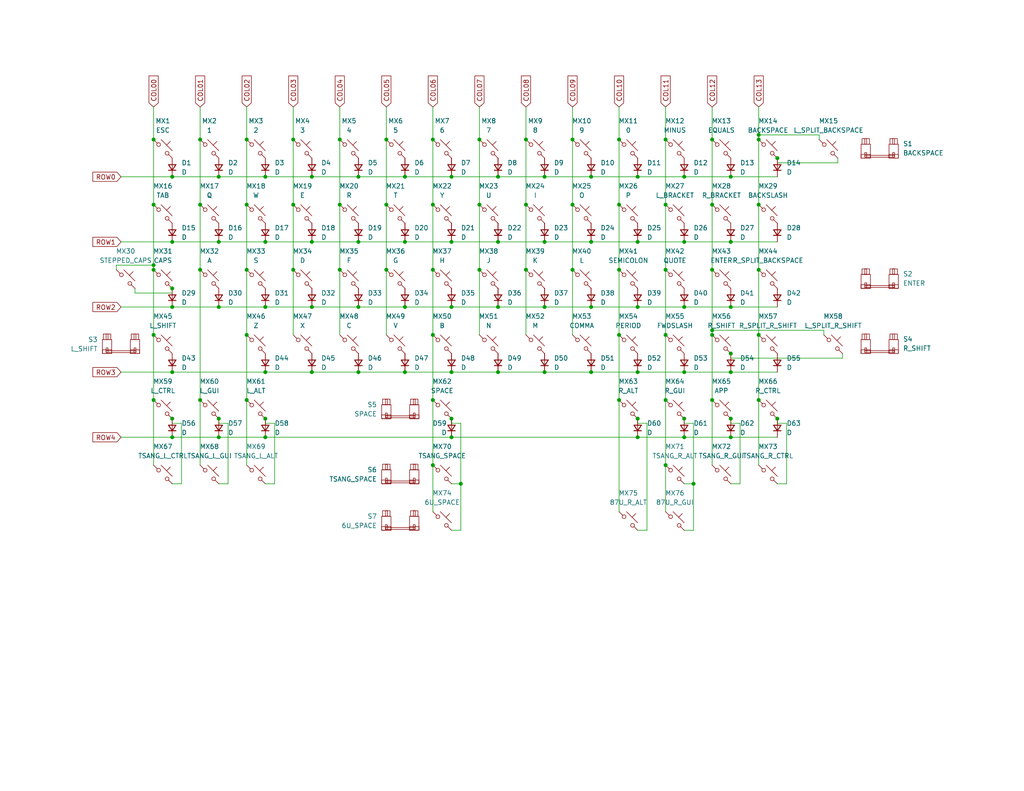
<source format=kicad_sch>
(kicad_sch (version 20230121) (generator eeschema)
  (paper "USLetter")
  (lib_symbols
    (symbol "Device:D_Small" (pin_numbers hide) (pin_names (offset 0.254) hide)
      (property "Reference" "D" (at -1.27 2.032 0))
      (property "Value" "D_Small" (at -3.81 -2.032 0))
      (symbol "D_Small_0_1"
        (polyline (pts (xy -0.762 -1.016) (xy -0.762 1.016)) (stroke (width 0.254)))
        (polyline (pts (xy -0.762 0) (xy 0.762 0)))
        (polyline (pts (xy 0.762 -1.016) (xy -0.762 0) (xy 0.762 1.016) (xy 0.762 -1.016)) (stroke (width 0.254)))
      )
      (symbol "D_Small_1_1"
        (pin passive line (at -2.54 0 0) (length 1.778) (name "K") (number "1"))
        (pin passive line (at 2.54 0 180) (length 1.778) (name "A") (number "2"))
      )
    )
    (symbol "marbastlib-mx:MX_SW_solder" (pin_numbers hide) (pin_names (offset 1.016) hide)
      (property "Reference" "MX" (at 3.048 1.016 0))
      (property "Value" "MX_SW_solder" (at 0 -3.81 0))
      (symbol "MX_SW_solder_0_1"
        (circle (center -1.1684 1.1684) (radius 0.508))
        (polyline (pts (xy -0.508 2.54) (xy 2.54 -0.508)))
        (polyline (pts (xy 1.016 1.016) (xy 2.032 2.032)))
        (polyline (pts (xy -2.54 2.54) (xy -1.524 1.524) (xy -1.524 1.524)))
        (polyline (pts (xy 1.524 -1.524) (xy 2.54 -2.54) (xy 2.54 -2.54) (xy 2.54 -2.54)))
        (circle (center 1.143 -1.1938) (radius 0.508))
        (pin passive line (at -2.54 2.54 0) (length 0) (name "1") (number "1"))
        (pin passive line (at 2.54 -2.54 180) (length 0) (name "2") (number "2"))
      )
    )
    (symbol "marbastlib-mx:MX_stab" (pin_names (offset 1.016))
      (property "Reference" "S" (at -5.08 6.35 0))
      (property "Value" "MX_stab" (at -5.08 3.81 0))
      (symbol "MX_stab_0_1"
        (rectangle (start -5.08 -1.524) (end -2.54 -2.54))
        (rectangle (start -5.08 1.27) (end -2.54 -2.54))
        (rectangle (start -4.826 2.794) (end -2.794 1.27))
        (rectangle (start -4.064 -2.286) (end -3.556 -1.016))
        (rectangle (start -4.064 -1.778) (end 4.064 -2.286))
        (rectangle (start -4.064 1.27) (end -3.556 2.794))
        (rectangle (start 2.54 -1.524) (end 5.08 -2.54))
        (rectangle (start 2.54 1.27) (end 5.08 -2.54))
        (rectangle (start 2.794 2.794) (end 4.826 1.27))
        (rectangle (start 3.556 1.27) (end 4.064 2.794))
        (rectangle (start 4.064 -2.286) (end 3.556 -1.016))
      )
    )
  )
  (junction (at 148.59 66.04))
  (junction (at 148.59 48.26))
  (junction (at 110.49 48.26))
  (junction (at 135.89 66.04))
  (junction (at 207.01 91.44))
  (junction (at 186.69 66.04))
  (junction (at 130.81 73.66))
  (junction (at 72.39 66.04))
  (junction (at 118.11 91.44))
  (junction (at 168.91 38.1))
  (junction (at 161.29 48.26))
  (junction (at 212.09 114.3))
  (junction (at 110.49 101.6))
  (junction (at 148.59 83.82))
  (junction (at 207.01 36.83))
  (junction (at 46.99 66.04))
  (junction (at 67.31 38.1))
  (junction (at 181.61 73.66))
  (junction (at 186.69 119.38))
  (junction (at 118.11 109.22))
  (junction (at 41.91 38.1))
  (junction (at 41.91 91.44))
  (junction (at 59.69 83.82))
  (junction (at 80.01 38.1))
  (junction (at 168.91 55.88))
  (junction (at 72.39 119.38))
  (junction (at 156.21 55.88))
  (junction (at 173.99 66.04))
  (junction (at 92.71 73.66))
  (junction (at 67.31 109.22))
  (junction (at 59.69 48.26))
  (junction (at 123.19 66.04))
  (junction (at 41.91 55.88))
  (junction (at 161.29 83.82))
  (junction (at 186.69 83.82))
  (junction (at 123.19 101.6))
  (junction (at 41.91 73.66))
  (junction (at 54.61 38.1))
  (junction (at 156.21 38.1))
  (junction (at 123.19 48.26))
  (junction (at 97.79 66.04))
  (junction (at 207.01 109.22))
  (junction (at 194.31 38.1))
  (junction (at 92.71 38.1))
  (junction (at 135.89 101.6))
  (junction (at 207.01 55.88))
  (junction (at 186.69 114.3))
  (junction (at 143.51 55.88))
  (junction (at 105.41 73.66))
  (junction (at 173.99 101.6))
  (junction (at 97.79 101.6))
  (junction (at 168.91 91.44))
  (junction (at 59.69 114.3))
  (junction (at 46.99 101.6))
  (junction (at 67.31 55.88))
  (junction (at 181.61 55.88))
  (junction (at 125.73 132.08))
  (junction (at 168.91 73.66))
  (junction (at 54.61 55.88))
  (junction (at 194.31 73.66))
  (junction (at 194.31 109.22))
  (junction (at 135.89 48.26))
  (junction (at 207.01 38.1))
  (junction (at 118.11 55.88))
  (junction (at 161.29 66.04))
  (junction (at 130.81 38.1))
  (junction (at 148.59 101.6))
  (junction (at 85.09 66.04))
  (junction (at 80.01 55.88))
  (junction (at 46.99 83.82))
  (junction (at 186.69 48.26))
  (junction (at 67.31 73.66))
  (junction (at 118.11 38.1))
  (junction (at 156.21 73.66))
  (junction (at 143.51 73.66))
  (junction (at 110.49 66.04))
  (junction (at 194.31 55.88))
  (junction (at 46.99 78.74))
  (junction (at 59.69 119.38))
  (junction (at 41.91 109.22))
  (junction (at 199.39 114.3))
  (junction (at 72.39 48.26))
  (junction (at 54.61 73.66))
  (junction (at 97.79 83.82))
  (junction (at 199.39 48.26))
  (junction (at 199.39 66.04))
  (junction (at 181.61 38.1))
  (junction (at 85.09 101.6))
  (junction (at 46.99 119.38))
  (junction (at 181.61 109.22))
  (junction (at 97.79 48.26))
  (junction (at 199.39 83.82))
  (junction (at 123.19 114.3))
  (junction (at 199.39 119.38))
  (junction (at 72.39 101.6))
  (junction (at 105.41 55.88))
  (junction (at 59.69 66.04))
  (junction (at 194.31 91.44))
  (junction (at 186.69 101.6))
  (junction (at 67.31 91.44))
  (junction (at 41.91 72.39))
  (junction (at 130.81 55.88))
  (junction (at 161.29 101.6))
  (junction (at 199.39 101.6))
  (junction (at 46.99 114.3))
  (junction (at 181.61 91.44))
  (junction (at 189.23 132.08))
  (junction (at 118.11 127))
  (junction (at 54.61 109.22))
  (junction (at 173.99 48.26))
  (junction (at 207.01 73.66))
  (junction (at 199.39 96.52))
  (junction (at 181.61 127))
  (junction (at 123.19 83.82))
  (junction (at 72.39 83.82))
  (junction (at 135.89 83.82))
  (junction (at 194.31 90.17))
  (junction (at 143.51 38.1))
  (junction (at 46.99 48.26))
  (junction (at 85.09 48.26))
  (junction (at 80.01 73.66))
  (junction (at 173.99 114.3))
  (junction (at 212.09 43.18))
  (junction (at 72.39 114.3))
  (junction (at 105.41 38.1))
  (junction (at 110.49 83.82))
  (junction (at 118.11 73.66))
  (junction (at 173.99 119.38))
  (junction (at 92.71 55.88))
  (junction (at 173.99 83.82))
  (junction (at 123.19 119.38))
  (junction (at 85.09 83.82))
  (junction (at 168.91 109.22))
  (wire (pts (xy 36.83 80.01) (xy 36.83 78.74)))
  (wire (pts (xy 110.49 101.6) (xy 123.19 101.6)))
  (wire (pts (xy 46.99 101.6) (xy 72.39 101.6)))
  (wire (pts (xy 148.59 66.04) (xy 161.29 66.04)))
  (wire (pts (xy 214.63 132.08) (xy 214.63 115.57)))
  (wire (pts (xy 41.91 91.44) (xy 41.91 109.22)))
  (wire (pts (xy 156.21 38.1) (xy 156.21 55.88)))
  (wire (pts (xy 36.83 80.01) (xy 46.99 80.01)))
  (wire (pts (xy 67.31 55.88) (xy 67.31 73.66)))
  (wire (pts (xy 123.19 83.82) (xy 135.89 83.82)))
  (wire (pts (xy 212.09 44.45) (xy 212.09 43.18)))
  (wire (pts (xy 194.31 38.1) (xy 194.31 55.88)))
  (wire (pts (xy 194.31 109.22) (xy 194.31 127)))
  (wire (pts (xy 46.99 66.04) (xy 59.69 66.04)))
  (wire (pts (xy 97.79 101.6) (xy 110.49 101.6)))
  (wire (pts (xy 123.19 119.38) (xy 173.99 119.38)))
  (wire (pts (xy 54.61 55.88) (xy 54.61 73.66)))
  (wire (pts (xy 67.31 73.66) (xy 67.31 91.44)))
  (wire (pts (xy 130.81 29.21) (xy 130.81 38.1)))
  (wire (pts (xy 173.99 48.26) (xy 186.69 48.26)))
  (wire (pts (xy 49.53 132.08) (xy 49.53 115.57)))
  (wire (pts (xy 194.31 73.66) (xy 194.31 90.17)))
  (wire (pts (xy 207.01 109.22) (xy 207.01 127)))
  (wire (pts (xy 201.93 115.57) (xy 199.39 115.57)))
  (wire (pts (xy 72.39 83.82) (xy 85.09 83.82)))
  (wire (pts (xy 207.01 55.88) (xy 207.01 73.66)))
  (wire (pts (xy 80.01 55.88) (xy 80.01 73.66)))
  (wire (pts (xy 143.51 29.21) (xy 143.51 38.1)))
  (wire (pts (xy 67.31 109.22) (xy 67.31 127)))
  (wire (pts (xy 168.91 38.1) (xy 168.91 55.88)))
  (wire (pts (xy 67.31 29.21) (xy 67.31 38.1)))
  (wire (pts (xy 199.39 115.57) (xy 199.39 114.3)))
  (wire (pts (xy 130.81 73.66) (xy 130.81 91.44)))
  (wire (pts (xy 143.51 55.88) (xy 143.51 73.66)))
  (wire (pts (xy 46.99 83.82) (xy 59.69 83.82)))
  (wire (pts (xy 156.21 55.88) (xy 156.21 73.66)))
  (wire (pts (xy 59.69 83.82) (xy 72.39 83.82)))
  (wire (pts (xy 168.91 55.88) (xy 168.91 73.66)))
  (wire (pts (xy 181.61 109.22) (xy 181.61 127)))
  (wire (pts (xy 148.59 101.6) (xy 161.29 101.6)))
  (wire (pts (xy 110.49 48.26) (xy 123.19 48.26)))
  (wire (pts (xy 148.59 48.26) (xy 161.29 48.26)))
  (wire (pts (xy 199.39 101.6) (xy 212.09 101.6)))
  (wire (pts (xy 161.29 66.04) (xy 173.99 66.04)))
  (wire (pts (xy 130.81 38.1) (xy 130.81 55.88)))
  (wire (pts (xy 46.99 115.57) (xy 46.99 114.3)))
  (wire (pts (xy 156.21 73.66) (xy 156.21 91.44)))
  (wire (pts (xy 207.01 91.44) (xy 207.01 109.22)))
  (wire (pts (xy 207.01 73.66) (xy 207.01 91.44)))
  (wire (pts (xy 118.11 38.1) (xy 118.11 55.88)))
  (wire (pts (xy 110.49 83.82) (xy 123.19 83.82)))
  (wire (pts (xy 186.69 132.08) (xy 189.23 132.08)))
  (wire (pts (xy 123.19 66.04) (xy 135.89 66.04)))
  (wire (pts (xy 49.53 115.57) (xy 46.99 115.57)))
  (wire (pts (xy 59.69 132.08) (xy 62.23 132.08)))
  (wire (pts (xy 92.71 55.88) (xy 92.71 73.66)))
  (wire (pts (xy 135.89 48.26) (xy 148.59 48.26)))
  (wire (pts (xy 181.61 127) (xy 181.61 139.7)))
  (wire (pts (xy 59.69 115.57) (xy 62.23 115.57)))
  (wire (pts (xy 199.39 97.79) (xy 229.87 97.79)))
  (wire (pts (xy 105.41 38.1) (xy 105.41 55.88)))
  (wire (pts (xy 168.91 109.22) (xy 168.91 139.7)))
  (wire (pts (xy 41.91 109.22) (xy 41.91 127)))
  (wire (pts (xy 228.6 44.45) (xy 228.6 43.18)))
  (wire (pts (xy 62.23 132.08) (xy 62.23 115.57)))
  (wire (pts (xy 189.23 132.08) (xy 189.23 115.57)))
  (wire (pts (xy 143.51 73.66) (xy 143.51 91.44)))
  (wire (pts (xy 207.01 36.83) (xy 207.01 38.1)))
  (wire (pts (xy 41.91 38.1) (xy 41.91 55.88)))
  (wire (pts (xy 33.02 101.6) (xy 46.99 101.6)))
  (wire (pts (xy 148.59 83.82) (xy 161.29 83.82)))
  (wire (pts (xy 181.61 38.1) (xy 181.61 55.88)))
  (wire (pts (xy 176.53 144.78) (xy 176.53 115.57)))
  (wire (pts (xy 173.99 119.38) (xy 186.69 119.38)))
  (wire (pts (xy 199.39 119.38) (xy 212.09 119.38)))
  (wire (pts (xy 168.91 29.21) (xy 168.91 38.1)))
  (wire (pts (xy 54.61 73.66) (xy 54.61 109.22)))
  (wire (pts (xy 199.39 83.82) (xy 212.09 83.82)))
  (wire (pts (xy 173.99 83.82) (xy 186.69 83.82)))
  (wire (pts (xy 201.93 132.08) (xy 201.93 115.57)))
  (wire (pts (xy 118.11 29.21) (xy 118.11 38.1)))
  (wire (pts (xy 92.71 29.21) (xy 92.71 38.1)))
  (wire (pts (xy 110.49 66.04) (xy 123.19 66.04)))
  (wire (pts (xy 123.19 48.26) (xy 135.89 48.26)))
  (wire (pts (xy 118.11 109.22) (xy 118.11 127)))
  (wire (pts (xy 118.11 55.88) (xy 118.11 73.66)))
  (wire (pts (xy 80.01 73.66) (xy 80.01 91.44)))
  (wire (pts (xy 97.79 83.82) (xy 110.49 83.82)))
  (wire (pts (xy 80.01 38.1) (xy 80.01 55.88)))
  (wire (pts (xy 59.69 115.57) (xy 59.69 114.3)))
  (wire (pts (xy 92.71 73.66) (xy 92.71 91.44)))
  (wire (pts (xy 143.51 38.1) (xy 143.51 55.88)))
  (wire (pts (xy 223.52 36.83) (xy 223.52 38.1)))
  (wire (pts (xy 31.75 72.39) (xy 31.75 73.66)))
  (wire (pts (xy 85.09 66.04) (xy 97.79 66.04)))
  (wire (pts (xy 85.09 83.82) (xy 97.79 83.82)))
  (wire (pts (xy 97.79 66.04) (xy 110.49 66.04)))
  (wire (pts (xy 168.91 91.44) (xy 168.91 109.22)))
  (wire (pts (xy 46.99 132.08) (xy 49.53 132.08)))
  (wire (pts (xy 207.01 29.21) (xy 207.01 36.83)))
  (wire (pts (xy 59.69 48.26) (xy 72.39 48.26)))
  (wire (pts (xy 173.99 66.04) (xy 186.69 66.04)))
  (wire (pts (xy 135.89 83.82) (xy 148.59 83.82)))
  (wire (pts (xy 41.91 55.88) (xy 41.91 72.39)))
  (wire (pts (xy 123.19 115.57) (xy 123.19 114.3)))
  (wire (pts (xy 224.79 90.17) (xy 194.31 90.17)))
  (wire (pts (xy 118.11 73.66) (xy 118.11 91.44)))
  (wire (pts (xy 85.09 48.26) (xy 97.79 48.26)))
  (wire (pts (xy 125.73 144.78) (xy 125.73 132.08)))
  (wire (pts (xy 97.79 48.26) (xy 110.49 48.26)))
  (wire (pts (xy 224.79 91.44) (xy 224.79 90.17)))
  (wire (pts (xy 105.41 55.88) (xy 105.41 73.66)))
  (wire (pts (xy 186.69 83.82) (xy 199.39 83.82)))
  (wire (pts (xy 125.73 132.08) (xy 125.73 115.57)))
  (wire (pts (xy 181.61 29.21) (xy 181.61 38.1)))
  (wire (pts (xy 118.11 127) (xy 118.11 139.7)))
  (wire (pts (xy 72.39 115.57) (xy 72.39 114.3)))
  (wire (pts (xy 72.39 132.08) (xy 74.93 132.08)))
  (wire (pts (xy 186.69 101.6) (xy 199.39 101.6)))
  (wire (pts (xy 33.02 66.04) (xy 46.99 66.04)))
  (wire (pts (xy 67.31 91.44) (xy 67.31 109.22)))
  (wire (pts (xy 168.91 73.66) (xy 168.91 91.44)))
  (wire (pts (xy 207.01 36.83) (xy 223.52 36.83)))
  (wire (pts (xy 212.09 44.45) (xy 228.6 44.45)))
  (wire (pts (xy 181.61 55.88) (xy 181.61 73.66)))
  (wire (pts (xy 72.39 66.04) (xy 85.09 66.04)))
  (wire (pts (xy 229.87 97.79) (xy 229.87 96.52)))
  (wire (pts (xy 31.75 72.39) (xy 41.91 72.39)))
  (wire (pts (xy 123.19 132.08) (xy 125.73 132.08)))
  (wire (pts (xy 46.99 119.38) (xy 59.69 119.38)))
  (wire (pts (xy 74.93 132.08) (xy 74.93 115.57)))
  (wire (pts (xy 189.23 144.78) (xy 189.23 132.08)))
  (wire (pts (xy 189.23 115.57) (xy 186.69 115.57)))
  (wire (pts (xy 212.09 132.08) (xy 214.63 132.08)))
  (wire (pts (xy 135.89 101.6) (xy 148.59 101.6)))
  (wire (pts (xy 199.39 97.79) (xy 199.39 96.52)))
  (wire (pts (xy 33.02 119.38) (xy 46.99 119.38)))
  (wire (pts (xy 173.99 115.57) (xy 173.99 114.3)))
  (wire (pts (xy 161.29 101.6) (xy 173.99 101.6)))
  (wire (pts (xy 105.41 73.66) (xy 105.41 91.44)))
  (wire (pts (xy 59.69 66.04) (xy 72.39 66.04)))
  (wire (pts (xy 176.53 115.57) (xy 173.99 115.57)))
  (wire (pts (xy 54.61 29.21) (xy 54.61 38.1)))
  (wire (pts (xy 186.69 119.38) (xy 199.39 119.38)))
  (wire (pts (xy 118.11 91.44) (xy 118.11 109.22)))
  (wire (pts (xy 123.19 101.6) (xy 135.89 101.6)))
  (wire (pts (xy 156.21 29.21) (xy 156.21 38.1)))
  (wire (pts (xy 72.39 48.26) (xy 85.09 48.26)))
  (wire (pts (xy 194.31 91.44) (xy 194.31 109.22)))
  (wire (pts (xy 46.99 80.01) (xy 46.99 78.74)))
  (wire (pts (xy 123.19 144.78) (xy 125.73 144.78)))
  (wire (pts (xy 161.29 48.26) (xy 173.99 48.26)))
  (wire (pts (xy 41.91 73.66) (xy 41.91 91.44)))
  (wire (pts (xy 130.81 55.88) (xy 130.81 73.66)))
  (wire (pts (xy 67.31 38.1) (xy 67.31 55.88)))
  (wire (pts (xy 72.39 101.6) (xy 85.09 101.6)))
  (wire (pts (xy 135.89 66.04) (xy 148.59 66.04)))
  (wire (pts (xy 161.29 83.82) (xy 173.99 83.82)))
  (wire (pts (xy 33.02 48.26) (xy 46.99 48.26)))
  (wire (pts (xy 54.61 109.22) (xy 54.61 127)))
  (wire (pts (xy 41.91 72.39) (xy 41.91 73.66)))
  (wire (pts (xy 181.61 91.44) (xy 181.61 109.22)))
  (wire (pts (xy 173.99 144.78) (xy 176.53 144.78)))
  (wire (pts (xy 186.69 66.04) (xy 199.39 66.04)))
  (wire (pts (xy 72.39 119.38) (xy 123.19 119.38)))
  (wire (pts (xy 54.61 38.1) (xy 54.61 55.88)))
  (wire (pts (xy 186.69 48.26) (xy 199.39 48.26)))
  (wire (pts (xy 85.09 101.6) (xy 97.79 101.6)))
  (wire (pts (xy 125.73 115.57) (xy 123.19 115.57)))
  (wire (pts (xy 186.69 144.78) (xy 189.23 144.78)))
  (wire (pts (xy 194.31 55.88) (xy 194.31 73.66)))
  (wire (pts (xy 199.39 132.08) (xy 201.93 132.08)))
  (wire (pts (xy 199.39 48.26) (xy 212.09 48.26)))
  (wire (pts (xy 46.99 48.26) (xy 59.69 48.26)))
  (wire (pts (xy 186.69 115.57) (xy 186.69 114.3)))
  (wire (pts (xy 92.71 38.1) (xy 92.71 55.88)))
  (wire (pts (xy 74.93 115.57) (xy 72.39 115.57)))
  (wire (pts (xy 173.99 101.6) (xy 186.69 101.6)))
  (wire (pts (xy 105.41 29.21) (xy 105.41 38.1)))
  (wire (pts (xy 80.01 29.21) (xy 80.01 38.1)))
  (wire (pts (xy 59.69 119.38) (xy 72.39 119.38)))
  (wire (pts (xy 194.31 90.17) (xy 194.31 91.44)))
  (wire (pts (xy 194.31 29.21) (xy 194.31 38.1)))
  (wire (pts (xy 181.61 73.66) (xy 181.61 91.44)))
  (wire (pts (xy 41.91 29.21) (xy 41.91 38.1)))
  (wire (pts (xy 212.09 115.57) (xy 212.09 114.3)))
  (wire (pts (xy 214.63 115.57) (xy 212.09 115.57)))
  (wire (pts (xy 199.39 66.04) (xy 212.09 66.04)))
  (wire (pts (xy 33.02 83.82) (xy 46.99 83.82)))
  (wire (pts (xy 207.01 38.1) (xy 207.01 55.88)))
  (global_label "COL12" (shape input) (at 194.31 29.21 90) (property "Intersheetrefs" "${INTERSHEET_REFS}" (effects hide)))
  (global_label "COL03" (shape input) (at 80.01 29.21 90) (property "Intersheetrefs" "${INTERSHEET_REFS}" (effects hide)))
  (global_label "ROW1" (shape input) (at 33.02 66.04 180) (property "Intersheetrefs" "${INTERSHEET_REFS}" (effects hide)))
  (global_label "COL05" (shape input) (at 105.41 29.21 90) (property "Intersheetrefs" "${INTERSHEET_REFS}" (effects hide)))
  (global_label "ROW0" (shape input) (at 33.02 48.26 180) (property "Intersheetrefs" "${INTERSHEET_REFS}" (effects hide)))
  (global_label "ROW2" (shape input) (at 33.02 83.82 180) (property "Intersheetrefs" "${INTERSHEET_REFS}" (effects hide)))
  (global_label "COL09" (shape input) (at 156.21 29.21 90) (property "Intersheetrefs" "${INTERSHEET_REFS}" (effects hide)))
  (global_label "COL10" (shape input) (at 168.91 29.21 90) (property "Intersheetrefs" "${INTERSHEET_REFS}" (effects hide)))
  (global_label "COL02" (shape input) (at 67.31 29.21 90) (property "Intersheetrefs" "${INTERSHEET_REFS}" (effects hide)))
  (global_label "COL11" (shape input) (at 181.61 29.21 90) (property "Intersheetrefs" "${INTERSHEET_REFS}" (effects hide)))
  (global_label "COL06" (shape input) (at 118.11 29.21 90) (property "Intersheetrefs" "${INTERSHEET_REFS}" (effects hide)))
  (global_label "COL08" (shape input) (at 143.51 29.21 90) (property "Intersheetrefs" "${INTERSHEET_REFS}" (effects hide)))
  (global_label "COL13" (shape input) (at 207.01 29.21 90) (property "Intersheetrefs" "${INTERSHEET_REFS}" (effects hide)))
  (global_label "COL04" (shape input) (at 92.71 29.21 90) (property "Intersheetrefs" "${INTERSHEET_REFS}" (effects hide)))
  (global_label "ROW4" (shape input) (at 33.02 119.38 180) (property "Intersheetrefs" "${INTERSHEET_REFS}" (effects hide)))
  (global_label "COL07" (shape input) (at 130.81 29.21 90) (property "Intersheetrefs" "${INTERSHEET_REFS}" (effects hide)))
  (global_label "ROW3" (shape input) (at 33.02 101.6 180) (property "Intersheetrefs" "${INTERSHEET_REFS}" (effects hide)))
  (global_label "COL01" (shape input) (at 54.61 29.21 90) (property "Intersheetrefs" "${INTERSHEET_REFS}" (effects hide)))
  (global_label "COL00" (shape input) (at 41.91 29.21 90) (property "Intersheetrefs" "${INTERSHEET_REFS}" (effects hide)))
  (symbol (lib_id "marbastlib-mx:MX_SW_solder") (at 95.25 58.42 0) (unit 1) (in_bom no)
    (property "Reference" "MX20" (at 95.25 50.8 0))
    (property "Value" "R" (at 95.25 53.34 0))
    (property "Footprint" "marbastlib-mx:SW_MX_1u" (effects hide))
  )
  (symbol (lib_id "Device:D_Small") (at 72.39 45.72 90) (unit 1)
    (property "Reference" "D3" (at 74.93 44.45 90) (effects (justify right)))
    (property "Value" "D" (at 74.93 46.99 90) (effects (justify right)))
  )
  (symbol (lib_id "marbastlib-mx:MX_SW_solder") (at 146.05 76.2 0) (unit 1) (in_bom no)
    (property "Reference" "MX39" (at 146.05 68.58 0))
    (property "Value" "K" (at 146.05 71.12 0))
    (property "Footprint" "marbastlib-mx:SW_MX_1u" (effects hide))
  )
  (symbol (lib_id "Device:D_Small") (at 186.69 99.06 90) (unit 1)
    (property "Reference" "D53" (at 189.23 97.79 90) (effects (justify right)))
    (property "Value" "D" (at 189.23 100.33 90) (effects (justify right)))
  )
  (symbol (lib_id "marbastlib-mx:MX_SW_solder") (at 34.29 76.2 0) (unit 1) (in_bom no)
    (property "Reference" "MX30" (at 34.29 68.58 0))
    (property "Value" "STEPPED_CAPS" (at 34.29 71.12 0))
    (property "Footprint" "marbastlib-mx:SW_MX_1.75u_STP_1.25" (effects hide))
  )
  (symbol (lib_id "Device:D_Small") (at 161.29 99.06 90) (unit 1)
    (property "Reference" "D51" (at 163.83 97.79 90) (effects (justify right)))
    (property "Value" "D" (at 163.83 100.33 90) (effects (justify right)))
  )
  (symbol (lib_id "marbastlib-mx:MX_SW_solder") (at 171.45 111.76 0) (unit 1) (in_bom no)
    (property "Reference" "MX63" (at 171.45 104.14 0))
    (property "Value" "R_ALT" (at 171.45 106.68 0))
    (property "Footprint" "marbastlib-mx:SW_MX_1.25u" (effects hide))
  )
  (symbol (lib_id "marbastlib-mx:MX_SW_solder") (at 146.05 40.64 0) (unit 1) (in_bom no)
    (property "Reference" "MX9" (at 146.05 33.02 0))
    (property "Value" "8" (at 146.05 35.56 0))
    (property "Footprint" "marbastlib-mx:SW_MX_1u" (effects hide))
  )
  (symbol (lib_id "marbastlib-mx:MX_SW_solder") (at 120.65 40.64 0) (unit 1) (in_bom no)
    (property "Reference" "MX7" (at 120.65 33.02 0))
    (property "Value" "6" (at 120.65 35.56 0))
    (property "Footprint" "marbastlib-mx:SW_MX_1u" (effects hide))
  )
  (symbol (lib_id "marbastlib-mx:MX_SW_solder") (at 69.85 93.98 0) (unit 1) (in_bom no)
    (property "Reference" "MX46" (at 69.85 86.36 0))
    (property "Value" "Z" (at 69.85 88.9 0))
    (property "Footprint" "marbastlib-mx:SW_MX_1u" (effects hide))
  )
  (symbol (lib_id "Device:D_Small") (at 212.09 99.06 90) (unit 1)
    (property "Reference" "D55" (at 214.63 97.79 90) (effects (justify right)))
    (property "Value" "D" (at 214.63 100.33 90) (effects (justify right)))
  )
  (symbol (lib_id "marbastlib-mx:MX_SW_solder") (at 133.35 58.42 0) (unit 1) (in_bom no)
    (property "Reference" "MX23" (at 133.35 50.8 0))
    (property "Value" "U" (at 133.35 53.34 0))
    (property "Footprint" "marbastlib-mx:SW_MX_1u" (effects hide))
  )
  (symbol (lib_id "Device:D_Small") (at 85.09 81.28 90) (unit 1)
    (property "Reference" "D32" (at 87.63 80.01 90) (effects (justify right)))
    (property "Value" "D" (at 87.63 82.55 90) (effects (justify right)))
  )
  (symbol (lib_id "Device:D_Small") (at 161.29 63.5 90) (unit 1)
    (property "Reference" "D24" (at 163.83 62.23 90) (effects (justify right)))
    (property "Value" "D" (at 163.83 64.77 90) (effects (justify right)))
  )
  (symbol (lib_id "marbastlib-mx:MX_SW_solder") (at 209.55 58.42 0) (unit 1) (in_bom no)
    (property "Reference" "MX29" (at 209.55 50.8 0))
    (property "Value" "BACKSLASH" (at 209.55 53.34 0))
    (property "Footprint" "marbastlib-mx:SW_MX_1.5u" (effects hide))
  )
  (symbol (lib_id "marbastlib-mx:MX_SW_solder") (at 184.15 142.24 0) (unit 1) (in_bom no)
    (property "Reference" "MX76" (at 184.15 134.62 0))
    (property "Value" "87U_R_GUI" (at 184.15 137.16 0))
    (property "Footprint" "marbastlib-mx:SW_MX_1u" (effects hide))
  )
  (symbol (lib_id "Device:D_Small") (at 148.59 81.28 90) (unit 1)
    (property "Reference" "D37" (at 151.13 80.01 90) (effects (justify right)))
    (property "Value" "D" (at 151.13 82.55 90) (effects (justify right)))
  )
  (symbol (lib_id "marbastlib-mx:MX_SW_solder") (at 196.85 129.54 0) (unit 1) (in_bom no)
    (property "Reference" "MX72" (at 196.85 121.92 0))
    (property "Value" "TSANG_R_GUI" (at 196.85 124.46 0))
    (property "Footprint" "marbastlib-mx:SW_MX_1u" (effects hide))
  )
  (symbol (lib_id "marbastlib-mx:MX_SW_solder") (at 133.35 76.2 0) (unit 1) (in_bom no)
    (property "Reference" "MX38" (at 133.35 68.58 0))
    (property "Value" "J" (at 133.35 71.12 0))
    (property "Footprint" "marbastlib-mx:SW_MX_1u" (effects hide))
  )
  (symbol (lib_id "Device:D_Small") (at 135.89 81.28 90) (unit 1)
    (property "Reference" "D36" (at 138.43 80.01 90) (effects (justify right)))
    (property "Value" "D" (at 138.43 82.55 90) (effects (justify right)))
  )
  (symbol (lib_id "marbastlib-mx:MX_SW_solder") (at 184.15 93.98 0) (unit 1) (in_bom no)
    (property "Reference" "MX55" (at 184.15 86.36 0))
    (property "Value" "FWDSLASH" (at 184.15 88.9 0))
    (property "Footprint" "marbastlib-mx:SW_MX_1u" (effects hide))
  )
  (symbol (lib_id "Device:D_Small") (at 110.49 45.72 90) (unit 1)
    (property "Reference" "D6" (at 113.03 44.45 90) (effects (justify right)))
    (property "Value" "D" (at 113.03 46.99 90) (effects (justify right)))
  )
  (symbol (lib_id "Device:D_Small") (at 148.59 99.06 90) (unit 1)
    (property "Reference" "D50" (at 151.13 97.79 90) (effects (justify right)))
    (property "Value" "D" (at 151.13 100.33 90) (effects (justify right)))
  )
  (symbol (lib_id "marbastlib-mx:MX_SW_solder") (at 120.65 58.42 0) (unit 1) (in_bom no)
    (property "Reference" "MX22" (at 120.65 50.8 0))
    (property "Value" "Y" (at 120.65 53.34 0))
    (property "Footprint" "marbastlib-mx:SW_MX_1u" (effects hide))
  )
  (symbol (lib_id "Device:D_Small") (at 97.79 63.5 90) (unit 1)
    (property "Reference" "D19" (at 100.33 62.23 90) (effects (justify right)))
    (property "Value" "D" (at 100.33 64.77 90) (effects (justify right)))
  )
  (symbol (lib_id "marbastlib-mx:MX_SW_solder") (at 196.85 58.42 0) (unit 1) (in_bom no)
    (property "Reference" "MX28" (at 196.85 50.8 0))
    (property "Value" "R_BRACKET" (at 196.85 53.34 0))
    (property "Footprint" "marbastlib-mx:SW_MX_1u" (effects hide))
  )
  (symbol (lib_id "marbastlib-mx:MX_SW_solder") (at 209.55 129.54 0) (unit 1) (in_bom no)
    (property "Reference" "MX73" (at 209.55 121.92 0))
    (property "Value" "TSANG_R_CTRL" (at 209.55 124.46 0))
    (property "Footprint" "marbastlib-mx:SW_MX_1.5u" (effects hide))
  )
  (symbol (lib_id "Device:D_Small") (at 186.69 45.72 90) (unit 1)
    (property "Reference" "D12" (at 189.23 44.45 90) (effects (justify right)))
    (property "Value" "D" (at 189.23 46.99 90) (effects (justify right)))
  )
  (symbol (lib_id "Device:D_Small") (at 46.99 99.06 90) (unit 1)
    (property "Reference" "D43" (at 49.53 97.79 90) (effects (justify right)))
    (property "Value" "D" (at 49.53 100.33 90) (effects (justify right)))
  )
  (symbol (lib_id "marbastlib-mx:MX_SW_solder") (at 120.65 93.98 0) (unit 1) (in_bom no)
    (property "Reference" "MX50" (at 120.65 86.36 0))
    (property "Value" "B" (at 120.65 88.9 0))
    (property "Footprint" "marbastlib-mx:SW_MX_1u" (effects hide))
  )
  (symbol (lib_id "marbastlib-mx:MX_stab") (at 240.03 76.2 0) (unit 1) (in_bom no)
    (property "Reference" "S2" (at 246.38 74.803 0) (effects (justify left)))
    (property "Value" "ENTER" (at 246.38 77.343 0) (effects (justify left)))
    (property "Footprint" "marbastlib-mx:STAB_MX_2.25u" (effects hide))
  )
  (symbol (lib_id "Device:D_Small") (at 110.49 81.28 90) (unit 1)
    (property "Reference" "D34" (at 113.03 80.01 90) (effects (justify right)))
    (property "Value" "D" (at 113.03 82.55 90) (effects (justify right)))
  )
  (symbol (lib_id "Device:D_Small") (at 59.69 45.72 90) (unit 1)
    (property "Reference" "D2" (at 62.23 44.45 90) (effects (justify right)))
    (property "Value" "D" (at 62.23 46.99 90) (effects (justify right)))
  )
  (symbol (lib_id "marbastlib-mx:MX_stab") (at 240.03 93.98 0) (unit 1) (in_bom no)
    (property "Reference" "S4" (at 246.38 92.583 0) (effects (justify left)))
    (property "Value" "R_SHIFT" (at 246.38 95.123 0) (effects (justify left)))
    (property "Footprint" "marbastlib-mx:STAB_MX_2.75u" (effects hide))
  )
  (symbol (lib_id "Device:D_Small") (at 97.79 99.06 90) (unit 1)
    (property "Reference" "D46" (at 100.33 97.79 90) (effects (justify right)))
    (property "Value" "D" (at 100.33 100.33 90) (effects (justify right)))
  )
  (symbol (lib_id "marbastlib-mx:MX_SW_solder") (at 171.45 40.64 0) (unit 1) (in_bom no)
    (property "Reference" "MX11" (at 171.45 33.02 0))
    (property "Value" "0" (at 171.45 35.56 0))
    (property "Footprint" "marbastlib-mx:SW_MX_1u" (effects hide))
  )
  (symbol (lib_id "marbastlib-mx:MX_SW_solder") (at 57.15 129.54 0) (unit 1) (in_bom no)
    (property "Reference" "MX68" (at 57.15 121.92 0))
    (property "Value" "TSANG_L_GUI" (at 57.15 124.46 0))
    (property "Footprint" "marbastlib-mx:SW_MX_1u" (effects hide))
  )
  (symbol (lib_id "Device:D_Small") (at 173.99 116.84 90) (unit 1)
    (property "Reference" "D60" (at 176.53 115.57 90) (effects (justify right)))
    (property "Value" "D" (at 176.53 118.11 90) (effects (justify right)))
  )
  (symbol (lib_id "Device:D_Small") (at 72.39 63.5 90) (unit 1)
    (property "Reference" "D17" (at 74.93 62.23 90) (effects (justify right)))
    (property "Value" "D" (at 74.93 64.77 90) (effects (justify right)))
  )
  (symbol (lib_id "Device:D_Small") (at 46.99 45.72 90) (unit 1)
    (property "Reference" "D1" (at 49.53 44.45 90) (effects (justify right)))
    (property "Value" "D" (at 49.53 46.99 90) (effects (justify right)))
  )
  (symbol (lib_id "marbastlib-mx:MX_SW_solder") (at 107.95 40.64 0) (unit 1) (in_bom no)
    (property "Reference" "MX6" (at 107.95 33.02 0))
    (property "Value" "5" (at 107.95 35.56 0))
    (property "Footprint" "marbastlib-mx:SW_MX_1u" (effects hide))
  )
  (symbol (lib_id "marbastlib-mx:MX_SW_solder") (at 158.75 93.98 0) (unit 1) (in_bom no)
    (property "Reference" "MX53" (at 158.75 86.36 0))
    (property "Value" "COMMA" (at 158.75 88.9 0))
    (property "Footprint" "marbastlib-mx:SW_MX_1u" (effects hide))
  )
  (symbol (lib_id "Device:D_Small") (at 199.39 81.28 90) (unit 1)
    (property "Reference" "D41" (at 201.93 80.01 90) (effects (justify right)))
    (property "Value" "D" (at 201.93 82.55 90) (effects (justify right)))
  )
  (symbol (lib_id "marbastlib-mx:MX_SW_solder") (at 57.15 58.42 0) (unit 1) (in_bom no)
    (property "Reference" "MX17" (at 57.15 50.8 0))
    (property "Value" "Q" (at 57.15 53.34 0))
    (property "Footprint" "marbastlib-mx:SW_MX_1u" (effects hide))
  )
  (symbol (lib_id "Device:D_Small") (at 123.19 63.5 90) (unit 1)
    (property "Reference" "D21" (at 125.73 62.23 90) (effects (justify right)))
    (property "Value" "D" (at 125.73 64.77 90) (effects (justify right)))
  )
  (symbol (lib_id "Device:D_Small") (at 123.19 81.28 90) (unit 1)
    (property "Reference" "D35" (at 125.73 80.01 90) (effects (justify right)))
    (property "Value" "D" (at 125.73 82.55 90) (effects (justify right)))
  )
  (symbol (lib_id "marbastlib-mx:MX_SW_solder") (at 171.45 93.98 0) (unit 1) (in_bom no)
    (property "Reference" "MX54" (at 171.45 86.36 0))
    (property "Value" "PERIOD" (at 171.45 88.9 0))
    (property "Footprint" "marbastlib-mx:SW_MX_1u" (effects hide))
  )
  (symbol (lib_id "marbastlib-mx:MX_SW_solder") (at 226.06 40.64 0) (unit 1) (in_bom no)
    (property "Reference" "MX15" (at 226.06 33.02 0))
    (property "Value" "L_SPLIT_BACKSPACE" (at 226.06 35.56 0))
    (property "Footprint" "marbastlib-mx:SW_MX_1u" (effects hide))
  )
  (symbol (lib_id "marbastlib-mx:MX_SW_solder") (at 69.85 111.76 0) (unit 1) (in_bom no)
    (property "Reference" "MX61" (at 69.85 104.14 0))
    (property "Value" "L_ALT" (at 69.85 106.68 0))
    (property "Footprint" "marbastlib-mx:SW_MX_1.25u" (effects hide))
  )
  (symbol (lib_id "Device:D_Small") (at 148.59 63.5 90) (unit 1)
    (property "Reference" "D23" (at 151.13 62.23 90) (effects (justify right)))
    (property "Value" "D" (at 151.13 64.77 90) (effects (justify right)))
  )
  (symbol (lib_id "Device:D_Small") (at 186.69 81.28 90) (unit 1)
    (property "Reference" "D40" (at 189.23 80.01 90) (effects (justify right)))
    (property "Value" "D" (at 189.23 82.55 90) (effects (justify right)))
  )
  (symbol (lib_id "marbastlib-mx:MX_SW_solder") (at 95.25 93.98 0) (unit 1) (in_bom no)
    (property "Reference" "MX48" (at 95.25 86.36 0))
    (property "Value" "C" (at 95.25 88.9 0))
    (property "Footprint" "marbastlib-mx:SW_MX_1u" (effects hide))
  )
  (symbol (lib_id "Device:D_Small") (at 199.39 99.06 90) (unit 1)
    (property "Reference" "D54" (at 201.93 97.79 90) (effects (justify right)))
    (property "Value" "D" (at 201.93 100.33 90) (effects (justify right)))
  )
  (symbol (lib_id "Device:D_Small") (at 97.79 45.72 90) (unit 1)
    (property "Reference" "D5" (at 100.33 44.45 90) (effects (justify right)))
    (property "Value" "D" (at 100.33 46.99 90) (effects (justify right)))
  )
  (symbol (lib_id "marbastlib-mx:MX_SW_solder") (at 171.45 76.2 0) (unit 1) (in_bom no)
    (property "Reference" "MX41" (at 171.45 68.58 0))
    (property "Value" "SEMICOLON" (at 171.45 71.12 0))
    (property "Footprint" "marbastlib-mx:SW_MX_1u" (effects hide))
  )
  (symbol (lib_id "marbastlib-mx:MX_SW_solder") (at 158.75 40.64 0) (unit 1) (in_bom no)
    (property "Reference" "MX10" (at 158.75 33.02 0))
    (property "Value" "9" (at 158.75 35.56 0))
    (property "Footprint" "marbastlib-mx:SW_MX_1u" (effects hide))
  )
  (symbol (lib_id "Device:D_Small") (at 85.09 63.5 90) (unit 1)
    (property "Reference" "D18" (at 87.63 62.23 90) (effects (justify right)))
    (property "Value" "D" (at 87.63 64.77 90) (effects (justify right)))
  )
  (symbol (lib_id "marbastlib-mx:MX_SW_solder") (at 171.45 58.42 0) (unit 1) (in_bom no)
    (property "Reference" "MX26" (at 171.45 50.8 0))
    (property "Value" "P" (at 171.45 53.34 0))
    (property "Footprint" "marbastlib-mx:SW_MX_1u" (effects hide))
  )
  (symbol (lib_id "Device:D_Small") (at 212.09 81.28 90) (unit 1)
    (property "Reference" "D42" (at 214.63 80.01 90) (effects (justify right)))
    (property "Value" "D" (at 214.63 82.55 90) (effects (justify right)))
  )
  (symbol (lib_id "marbastlib-mx:MX_SW_solder") (at 146.05 58.42 0) (unit 1) (in_bom no)
    (property "Reference" "MX24" (at 146.05 50.8 0))
    (property "Value" "I" (at 146.05 53.34 0))
    (property "Footprint" "marbastlib-mx:SW_MX_1u" (effects hide))
  )
  (symbol (lib_id "marbastlib-mx:MX_SW_solder") (at 120.65 111.76 0) (unit 1) (in_bom no)
    (property "Reference" "MX62" (at 120.65 104.14 0))
    (property "Value" "SPACE" (at 120.65 106.68 0))
    (property "Footprint" "marbastlib-mx:SW_MX_1u" (effects hide))
  )
  (symbol (lib_id "Device:D_Small") (at 72.39 116.84 90) (unit 1)
    (property "Reference" "D58" (at 74.93 115.57 90) (effects (justify right)))
    (property "Value" "D" (at 74.93 118.11 90) (effects (justify right)))
  )
  (symbol (lib_id "Device:D_Small") (at 173.99 99.06 90) (unit 1)
    (property "Reference" "D52" (at 176.53 97.79 90) (effects (justify right)))
    (property "Value" "D" (at 176.53 100.33 90) (effects (justify right)))
  )
  (symbol (lib_id "Device:D_Small") (at 59.69 63.5 90) (unit 1)
    (property "Reference" "D16" (at 62.23 62.23 90) (effects (justify right)))
    (property "Value" "D" (at 62.23 64.77 90) (effects (justify right)))
  )
  (symbol (lib_id "Device:D_Small") (at 46.99 81.28 90) (unit 1)
    (property "Reference" "D29" (at 49.53 80.01 90) (effects (justify right)))
    (property "Value" "D" (at 49.53 82.55 90) (effects (justify right)))
  )
  (symbol (lib_id "Device:D_Small") (at 135.89 45.72 90) (unit 1)
    (property "Reference" "D8" (at 138.43 44.45 90) (effects (justify right)))
    (property "Value" "D" (at 138.43 46.99 90) (effects (justify right)))
  )
  (symbol (lib_id "marbastlib-mx:MX_SW_solder") (at 120.65 76.2 0) (unit 1) (in_bom no)
    (property "Reference" "MX37" (at 120.65 68.58 0))
    (property "Value" "H" (at 120.65 71.12 0))
    (property "Footprint" "marbastlib-mx:SW_MX_1u" (effects hide))
  )
  (symbol (lib_id "marbastlib-mx:MX_SW_solder") (at 69.85 129.54 0) (unit 1) (in_bom no)
    (property "Reference" "MX69" (at 69.85 121.92 0))
    (property "Value" "TSANG_L_ALT" (at 69.85 124.46 0))
    (property "Footprint" "marbastlib-mx:SW_MX_1.5u" (effects hide))
  )
  (symbol (lib_id "Device:D_Small") (at 72.39 81.28 90) (unit 1)
    (property "Reference" "D31" (at 74.93 80.01 90) (effects (justify right)))
    (property "Value" "D" (at 74.93 82.55 90) (effects (justify right)))
  )
  (symbol (lib_id "marbastlib-mx:MX_SW_solder") (at 209.55 111.76 0) (unit 1) (in_bom no)
    (property "Reference" "MX66" (at 209.55 104.14 0))
    (property "Value" "R_CTRL" (at 209.55 106.68 0))
    (property "Footprint" "marbastlib-mx:SW_MX_1.25u" (effects hide))
  )
  (symbol (lib_id "marbastlib-mx:MX_SW_solder") (at 146.05 93.98 0) (unit 1) (in_bom no)
    (property "Reference" "MX52" (at 146.05 86.36 0))
    (property "Value" "M" (at 146.05 88.9 0))
    (property "Footprint" "marbastlib-mx:SW_MX_1u" (effects hide))
  )
  (symbol (lib_id "Device:D_Small") (at 212.09 116.84 90) (unit 1)
    (property "Reference" "D63" (at 214.63 115.57 90) (effects (justify right)))
    (property "Value" "D" (at 214.63 118.11 90) (effects (justify right)))
  )
  (symbol (lib_id "marbastlib-mx:MX_SW_solder") (at 196.85 93.98 0) (unit 1) (in_bom no)
    (property "Reference" "MX56" (at 196.85 86.36 0))
    (property "Value" "R_SHIFT" (at 196.85 88.9 0))
    (property "Footprint" "marbastlib-mx:SW_MX_1u" (effects hide))
  )
  (symbol (lib_id "marbastlib-mx:MX_SW_solder") (at 69.85 76.2 0) (unit 1) (in_bom no)
    (property "Reference" "MX33" (at 69.85 68.58 0))
    (property "Value" "S" (at 69.85 71.12 0))
    (property "Footprint" "marbastlib-mx:SW_MX_1u" (effects hide))
  )
  (symbol (lib_id "marbastlib-mx:MX_SW_solder") (at 82.55 93.98 0) (unit 1) (in_bom no)
    (property "Reference" "MX47" (at 82.55 86.36 0))
    (property "Value" "X" (at 82.55 88.9 0))
    (property "Footprint" "marbastlib-mx:SW_MX_1u" (effects hide))
  )
  (symbol (lib_id "Device:D_Small") (at 148.59 45.72 90) (unit 1)
    (property "Reference" "D9" (at 151.13 44.45 90) (effects (justify right)))
    (property "Value" "D" (at 151.13 46.99 90) (effects (justify right)))
  )
  (symbol (lib_id "marbastlib-mx:MX_SW_solder") (at 184.15 76.2 0) (unit 1) (in_bom no)
    (property "Reference" "MX42" (at 184.15 68.58 0))
    (property "Value" "QUOTE" (at 184.15 71.12 0))
    (property "Footprint" "marbastlib-mx:SW_MX_1u" (effects hide))
  )
  (symbol (lib_id "marbastlib-mx:MX_SW_solder") (at 69.85 58.42 0) (unit 1) (in_bom no)
    (property "Reference" "MX18" (at 69.85 50.8 0))
    (property "Value" "W" (at 69.85 53.34 0))
    (property "Footprint" "marbastlib-mx:SW_MX_1u" (effects hide))
  )
  (symbol (lib_id "Device:D_Small") (at 110.49 63.5 90) (unit 1)
    (property "Reference" "D20" (at 113.03 62.23 90) (effects (justify right)))
    (property "Value" "D" (at 113.03 64.77 90) (effects (justify right)))
  )
  (symbol (lib_id "Device:D_Small") (at 46.99 63.5 90) (unit 1)
    (property "Reference" "D15" (at 49.53 62.23 90) (effects (justify right)))
    (property "Value" "D" (at 49.53 64.77 90) (effects (justify right)))
  )
  (symbol (lib_id "marbastlib-mx:MX_stab") (at 109.22 111.76 0) (unit 1) (in_bom no)
    (property "Reference" "S5" (at 102.87 110.49 0) (effects (justify right)))
    (property "Value" "SPACE" (at 102.87 113.03 0) (effects (justify right)))
    (property "Footprint" "marbastlib-mx:STAB_MX_6.25u" (effects hide))
  )
  (symbol (lib_id "Device:D_Small") (at 97.79 81.28 90) (unit 1)
    (property "Reference" "D33" (at 100.33 80.01 90) (effects (justify right)))
    (property "Value" "D" (at 100.33 82.55 90) (effects (justify right)))
  )
  (symbol (lib_id "Device:D_Small") (at 173.99 45.72 90) (unit 1)
    (property "Reference" "D11" (at 176.53 44.45 90) (effects (justify right)))
    (property "Value" "D" (at 176.53 46.99 90) (effects (justify right)))
  )
  (symbol (lib_id "marbastlib-mx:MX_SW_solder") (at 196.85 76.2 0) (unit 1) (in_bom no)
    (property "Reference" "MX43" (at 196.85 68.58 0))
    (property "Value" "ENTER" (at 196.85 71.12 0))
    (property "Footprint" "marbastlib-mx:SW_MX_1u" (effects hide))
  )
  (symbol (lib_id "Device:D_Small") (at 59.69 81.28 90) (unit 1)
    (property "Reference" "D30" (at 62.23 80.01 90) (effects (justify right)))
    (property "Value" "D" (at 62.23 82.55 90) (effects (justify right)))
  )
  (symbol (lib_id "Device:D_Small") (at 85.09 99.06 90) (unit 1)
    (property "Reference" "D45" (at 87.63 97.79 90) (effects (justify right)))
    (property "Value" "D" (at 87.63 100.33 90) (effects (justify right)))
  )
  (symbol (lib_id "marbastlib-mx:MX_stab") (at 109.22 129.54 0) (unit 1) (in_bom no)
    (property "Reference" "S6" (at 102.87 128.27 0) (effects (justify right)))
    (property "Value" "TSANG_SPACE" (at 102.87 130.81 0) (effects (justify right)))
    (property "Footprint" "marbastlib-mx:STAB_MX_7u" (effects hide))
  )
  (symbol (lib_id "marbastlib-mx:MX_SW_solder") (at 57.15 111.76 0) (unit 1) (in_bom no)
    (property "Reference" "MX60" (at 57.15 104.14 0))
    (property "Value" "L_GUI" (at 57.15 106.68 0))
    (property "Footprint" "marbastlib-mx:SW_MX_1.25u" (effects hide))
  )
  (symbol (lib_id "marbastlib-mx:MX_SW_solder") (at 133.35 93.98 0) (unit 1) (in_bom no)
    (property "Reference" "MX51" (at 133.35 86.36 0))
    (property "Value" "N" (at 133.35 88.9 0))
    (property "Footprint" "marbastlib-mx:SW_MX_1u" (effects hide))
  )
  (symbol (lib_id "marbastlib-mx:MX_SW_solder") (at 44.45 93.98 0) (unit 1) (in_bom no)
    (property "Reference" "MX45" (at 44.45 86.36 0))
    (property "Value" "L_SHIFT" (at 44.45 88.9 0))
    (property "Footprint" "marbastlib-mx:SW_MX_1u" (effects hide))
  )
  (symbol (lib_id "marbastlib-mx:MX_SW_solder") (at 209.55 40.64 0) (unit 1) (in_bom no)
    (property "Reference" "MX14" (at 209.55 33.02 0))
    (property "Value" "BACKSPACE" (at 209.55 35.56 0))
    (property "Footprint" "marbastlib-mx:SW_MX_1u" (effects hide))
  )
  (symbol (lib_id "Device:D_Small") (at 199.39 63.5 90) (unit 1)
    (property "Reference" "D27" (at 201.93 62.23 90) (effects (justify right)))
    (property "Value" "D" (at 201.93 64.77 90) (effects (justify right)))
  )
  (symbol (lib_id "marbastlib-mx:MX_SW_solder") (at 107.95 76.2 0) (unit 1) (in_bom no)
    (property "Reference" "MX36" (at 107.95 68.58 0))
    (property "Value" "G" (at 107.95 71.12 0))
    (property "Footprint" "marbastlib-mx:SW_MX_1u" (effects hide))
  )
  (symbol (lib_id "Device:D_Small") (at 123.19 45.72 90) (unit 1)
    (property "Reference" "D7" (at 125.73 44.45 90) (effects (justify right)))
    (property "Value" "D" (at 125.73 46.99 90) (effects (justify right)))
  )
  (symbol (lib_id "marbastlib-mx:MX_SW_solder") (at 44.45 76.2 0) (unit 1) (in_bom no)
    (property "Reference" "MX31" (at 44.45 68.58 0))
    (property "Value" "CAPS" (at 44.45 71.12 0))
    (property "Footprint" "marbastlib-mx:SW_MX_1.75u" (effects hide))
  )
  (symbol (lib_id "marbastlib-mx:MX_SW_solder") (at 82.55 40.64 0) (unit 1) (in_bom no)
    (property "Reference" "MX4" (at 82.55 33.02 0))
    (property "Value" "3" (at 82.55 35.56 0))
    (property "Footprint" "marbastlib-mx:SW_MX_1u" (effects hide))
  )
  (symbol (lib_id "marbastlib-mx:MX_SW_solder") (at 120.65 142.24 0) (unit 1) (in_bom no)
    (property "Reference" "MX74" (at 120.65 134.62 0))
    (property "Value" "6U_SPACE" (at 120.65 137.16 0))
    (property "Footprint" "marbastlib-mx:SW_MX_1u" (effects hide))
  )
  (symbol (lib_id "marbastlib-mx:MX_SW_solder") (at 44.45 58.42 0) (unit 1) (in_bom no)
    (property "Reference" "MX16" (at 44.45 50.8 0))
    (property "Value" "TAB" (at 44.45 53.34 0))
    (property "Footprint" "marbastlib-mx:SW_MX_1.5u" (effects hide))
  )
  (symbol (lib_id "marbastlib-mx:MX_SW_solder") (at 107.95 58.42 0) (unit 1) (in_bom no)
    (property "Reference" "MX21" (at 107.95 50.8 0))
    (property "Value" "T" (at 107.95 53.34 0))
    (property "Footprint" "marbastlib-mx:SW_MX_1u" (effects hide))
  )
  (symbol (lib_id "marbastlib-mx:MX_SW_solder") (at 171.45 142.24 0) (unit 1) (in_bom no)
    (property "Reference" "MX75" (at 171.45 134.62 0))
    (property "Value" "87U_R_ALT" (at 171.45 137.16 0))
    (property "Footprint" "marbastlib-mx:SW_MX_1.5u" (effects hide))
  )
  (symbol (lib_id "Device:D_Small") (at 110.49 99.06 90) (unit 1)
    (property "Reference" "D47" (at 113.03 97.79 90) (effects (justify right)))
    (property "Value" "D" (at 113.03 100.33 90) (effects (justify right)))
  )
  (symbol (lib_id "marbastlib-mx:MX_SW_solder") (at 95.25 76.2 0) (unit 1) (in_bom no)
    (property "Reference" "MX35" (at 95.25 68.58 0))
    (property "Value" "F" (at 95.25 71.12 0))
    (property "Footprint" "marbastlib-mx:SW_MX_1u" (effects hide))
  )
  (symbol (lib_id "marbastlib-mx:MX_SW_solder") (at 120.65 129.54 0) (unit 1) (in_bom no)
    (property "Reference" "MX70" (at 120.65 121.92 0))
    (property "Value" "TSANG_SPACE" (at 120.65 124.46 0))
    (property "Footprint" "marbastlib-mx:SW_MX_1u" (effects hide))
  )
  (symbol (lib_id "Device:D_Small") (at 123.19 116.84 90) (unit 1)
    (property "Reference" "D59" (at 121.92 115.57 90) (effects (justify left)))
    (property "Value" "D" (at 121.92 118.11 90) (effects (justify left)))
  )
  (symbol (lib_id "marbastlib-mx:MX_stab") (at 109.22 142.24 0) (unit 1) (in_bom no)
    (property "Reference" "S7" (at 102.87 140.97 0) (effects (justify right)))
    (property "Value" "6U_SPACE" (at 102.87 143.51 0) (effects (justify right)))
    (property "Footprint" "marbastlib-mx:STAB_MX_6u" (effects hide))
  )
  (symbol (lib_id "Device:D_Small") (at 123.19 99.06 90) (unit 1)
    (property "Reference" "D48" (at 125.73 97.79 90) (effects (justify right)))
    (property "Value" "D" (at 125.73 100.33 90) (effects (justify right)))
  )
  (symbol (lib_id "marbastlib-mx:MX_SW_solder") (at 227.33 93.98 0) (unit 1) (in_bom no)
    (property "Reference" "MX58" (at 227.33 86.36 0))
    (property "Value" "L_SPLIT_R_SHIFT" (at 227.33 88.9 0))
    (property "Footprint" "marbastlib-mx:SW_MX_1.75u" (effects hide))
  )
  (symbol (lib_id "Device:D_Small") (at 46.99 116.84 90) (unit 1)
    (property "Reference" "D56" (at 49.53 115.57 90) (effects (justify right)))
    (property "Value" "D" (at 49.53 118.11 90) (effects (justify right)))
  )
  (symbol (lib_id "Device:D_Small") (at 85.09 45.72 90) (unit 1)
    (property "Reference" "D4" (at 87.63 44.45 90) (effects (justify right)))
    (property "Value" "D" (at 87.63 46.99 90) (effects (justify right)))
  )
  (symbol (lib_id "marbastlib-mx:MX_SW_solder") (at 69.85 40.64 0) (unit 1) (in_bom no)
    (property "Reference" "MX3" (at 69.85 33.02 0))
    (property "Value" "2" (at 69.85 35.56 0))
    (property "Footprint" "marbastlib-mx:SW_MX_1u" (effects hide))
  )
  (symbol (lib_id "Device:D_Small") (at 173.99 81.28 90) (unit 1)
    (property "Reference" "D39" (at 176.53 80.01 90) (effects (justify right)))
    (property "Value" "D" (at 176.53 82.55 90) (effects (justify right)))
  )
  (symbol (lib_id "Device:D_Small") (at 186.69 116.84 90) (unit 1)
    (property "Reference" "D61" (at 189.23 115.57 90) (effects (justify right)))
    (property "Value" "D" (at 189.23 118.11 90) (effects (justify right)))
  )
  (symbol (lib_id "marbastlib-mx:MX_SW_solder") (at 184.15 58.42 0) (unit 1) (in_bom no)
    (property "Reference" "MX27" (at 184.15 50.8 0))
    (property "Value" "L_BRACKET" (at 184.15 53.34 0))
    (property "Footprint" "marbastlib-mx:SW_MX_1u" (effects hide))
  )
  (symbol (lib_id "Device:D_Small") (at 161.29 81.28 90) (unit 1)
    (property "Reference" "D38" (at 163.83 80.01 90) (effects (justify right)))
    (property "Value" "D" (at 163.83 82.55 90) (effects (justify right)))
  )
  (symbol (lib_id "Device:D_Small") (at 212.09 63.5 90) (unit 1)
    (property "Reference" "D28" (at 214.63 62.23 90) (effects (justify right)))
    (property "Value" "D" (at 214.63 64.77 90) (effects (justify right)))
  )
  (symbol (lib_id "marbastlib-mx:MX_SW_solder") (at 82.55 76.2 0) (unit 1) (in_bom no)
    (property "Reference" "MX34" (at 82.55 68.58 0))
    (property "Value" "D" (at 82.55 71.12 0))
    (property "Footprint" "marbastlib-mx:SW_MX_1u" (effects hide))
  )
  (symbol (lib_id "marbastlib-mx:MX_SW_solder") (at 158.75 76.2 0) (unit 1) (in_bom no)
    (property "Reference" "MX40" (at 158.75 68.58 0))
    (property "Value" "L" (at 158.75 71.12 0))
    (property "Footprint" "marbastlib-mx:SW_MX_1u" (effects hide))
  )
  (symbol (lib_id "marbastlib-mx:MX_SW_solder") (at 209.55 76.2 0) (unit 1) (in_bom no)
    (property "Reference" "MX44" (at 209.55 68.58 0))
    (property "Value" "R_SPLIT_BACKSPACE" (at 209.55 71.12 0))
    (property "Footprint" "marbastlib-mx:SW_MX_1u" (effects hide))
  )
  (symbol (lib_id "Device:D_Small") (at 186.69 63.5 90) (unit 1)
    (property "Reference" "D26" (at 189.23 62.23 90) (effects (justify right)))
    (property "Value" "D" (at 189.23 64.77 90) (effects (justify right)))
  )
  (symbol (lib_id "marbastlib-mx:MX_SW_solder") (at 209.55 93.98 0) (unit 1) (in_bom no)
    (property "Reference" "MX57" (at 209.55 86.36 0))
    (property "Value" "R_SPLIT_R_SHIFT" (at 209.55 88.9 0))
    (property "Footprint" "marbastlib-mx:SW_MX_1u" (effects hide))
  )
  (symbol (lib_id "marbastlib-mx:MX_SW_solder") (at 184.15 40.64 0) (unit 1) (in_bom no)
    (property "Reference" "MX12" (at 184.15 33.02 0))
    (property "Value" "MINUS" (at 184.15 35.56 0))
    (property "Footprint" "marbastlib-mx:SW_MX_1u" (effects hide))
  )
  (symbol (lib_id "Device:D_Small") (at 161.29 45.72 90) (unit 1)
    (property "Reference" "D10" (at 163.83 44.45 90) (effects (justify right)))
    (property "Value" "D" (at 163.83 46.99 90) (effects (justify right)))
  )
  (symbol (lib_id "Device:D_Small") (at 72.39 99.06 90) (unit 1)
    (property "Reference" "D44" (at 74.93 97.79 90) (effects (justify right)))
    (property "Value" "D" (at 74.93 100.33 90) (effects (justify right)))
  )
  (symbol (lib_id "Device:D_Small") (at 59.69 116.84 90) (unit 1)
    (property "Reference" "D57" (at 62.23 115.57 90) (effects (justify right)))
    (property "Value" "D" (at 62.23 118.11 90) (effects (justify right)))
  )
  (symbol (lib_id "marbastlib-mx:MX_SW_solder") (at 44.45 40.64 0) (unit 1) (in_bom no)
    (property "Reference" "MX1" (at 44.45 33.02 0))
    (property "Value" "ESC" (at 44.45 35.56 0))
    (property "Footprint" "marbastlib-mx:SW_MX_1u" (effects hide))
  )
  (symbol (lib_id "Device:D_Small") (at 135.89 63.5 90) (unit 1)
    (property "Reference" "D22" (at 138.43 62.23 90) (effects (justify right)))
    (property "Value" "D" (at 138.43 64.77 90) (effects (justify right)))
  )
  (symbol (lib_id "Device:D_Small") (at 212.09 45.72 90) (unit 1)
    (property "Reference" "D14" (at 214.63 44.45 90) (effects (justify right)))
    (property "Value" "D" (at 214.63 46.99 90) (effects (justify right)))
  )
  (symbol (lib_id "marbastlib-mx:MX_SW_solder") (at 184.15 129.54 0) (unit 1) (in_bom no)
    (property "Reference" "MX71" (at 184.15 121.92 0))
    (property "Value" "TSANG_R_ALT" (at 184.15 124.46 0))
    (property "Footprint" "marbastlib-mx:SW_MX_1.5u" (effects hide))
  )
  (symbol (lib_id "marbastlib-mx:MX_SW_solder") (at 95.25 40.64 0) (unit 1) (in_bom no)
    (property "Reference" "MX5" (at 95.25 33.02 0))
    (property "Value" "4" (at 95.25 35.56 0))
    (property "Footprint" "marbastlib-mx:SW_MX_1u" (effects hide))
  )
  (symbol (lib_id "marbastlib-mx:MX_SW_solder") (at 44.45 111.76 0) (unit 1) (in_bom no)
    (property "Reference" "MX59" (at 44.45 104.14 0))
    (property "Value" "L_CTRL" (at 44.45 106.68 0))
    (property "Footprint" "marbastlib-mx:SW_MX_1.25u" (effects hide))
  )
  (symbol (lib_id "marbastlib-mx:MX_SW_solder") (at 107.95 93.98 0) (unit 1) (in_bom no)
    (property "Reference" "MX49" (at 107.95 86.36 0))
    (property "Value" "V" (at 107.95 88.9 0))
    (property "Footprint" "marbastlib-mx:SW_MX_1u" (effects hide))
  )
  (symbol (lib_id "marbastlib-mx:MX_SW_solder") (at 44.45 129.54 0) (unit 1) (in_bom no)
    (property "Reference" "MX67" (at 44.45 121.92 0))
    (property "Value" "TSANG_L_CTRL" (at 44.45 124.46 0))
    (property "Footprint" "marbastlib-mx:SW_MX_1.5u" (effects hide))
  )
  (symbol (lib_id "Device:D_Small") (at 199.39 116.84 90) (unit 1)
    (property "Reference" "D62" (at 201.93 115.57 90) (effects (justify right)))
    (property "Value" "D" (at 201.93 118.11 90) (effects (justify right)))
  )
  (symbol (lib_id "marbastlib-mx:MX_stab") (at 240.03 40.64 0) (unit 1) (in_bom no)
    (property "Reference" "S1" (at 246.38 39.243 0) (effects (justify left)))
    (property "Value" "BACKSPACE" (at 246.38 41.783 0) (effects (justify left)))
    (property "Footprint" "marbastlib-mx:STAB_MX_2u" (effects hide))
  )
  (symbol (lib_id "Device:D_Small") (at 199.39 45.72 90) (unit 1)
    (property "Reference" "D13" (at 201.93 44.45 90) (effects (justify right)))
    (property "Value" "D" (at 201.93 46.99 90) (effects (justify right)))
  )
  (symbol (lib_id "marbastlib-mx:MX_SW_solder") (at 57.15 40.64 0) (unit 1) (in_bom no)
    (property "Reference" "MX2" (at 57.15 33.02 0))
    (property "Value" "1" (at 57.15 35.56 0))
    (property "Footprint" "marbastlib-mx:SW_MX_1u" (effects hide))
  )
  (symbol (lib_id "marbastlib-mx:MX_SW_solder") (at 184.15 111.76 0) (unit 1) (in_bom no)
    (property "Reference" "MX64" (at 184.15 104.14 0))
    (property "Value" "R_GUI" (at 184.15 106.68 0))
    (property "Footprint" "marbastlib-mx:SW_MX_1.25u" (effects hide))
  )
  (symbol (lib_id "marbastlib-mx:MX_SW_solder") (at 82.55 58.42 0) (unit 1) (in_bom no)
    (property "Reference" "MX19" (at 82.55 50.8 0))
    (property "Value" "E" (at 82.55 53.34 0))
    (property "Footprint" "marbastlib-mx:SW_MX_1u" (effects hide))
  )
  (symbol (lib_id "marbastlib-mx:MX_SW_solder") (at 158.75 58.42 0) (unit 1) (in_bom no)
    (property "Reference" "MX25" (at 158.75 50.8 0))
    (property "Value" "O" (at 158.75 53.34 0))
    (property "Footprint" "marbastlib-mx:SW_MX_1u" (effects hide))
  )
  (symbol (lib_id "Device:D_Small") (at 173.99 63.5 90) (unit 1)
    (property "Reference" "D25" (at 176.53 62.23 90) (effects (justify right)))
    (property "Value" "D" (at 176.53 64.77 90) (effects (justify right)))
  )
  (symbol (lib_id "Device:D_Small") (at 135.89 99.06 90) (unit 1)
    (property "Reference" "D49" (at 138.43 97.79 90) (effects (justify right)))
    (property "Value" "D" (at 138.43 100.33 90) (effects (justify right)))
  )
  (symbol (lib_id "marbastlib-mx:MX_SW_solder") (at 57.15 76.2 0) (unit 1) (in_bom no)
    (property "Reference" "MX32" (at 57.15 68.58 0))
    (property "Value" "A" (at 57.15 71.12 0))
    (property "Footprint" "marbastlib-mx:SW_MX_1u" (effects hide))
  )
  (symbol (lib_id "marbastlib-mx:MX_stab") (at 33.02 93.98 0) (unit 1) (in_bom no)
    (property "Reference" "S3" (at 26.67 92.71 0) (effects (justify right)))
    (property "Value" "L_SHIFT" (at 26.67 95.25 0) (effects (justify right)))
    (property "Footprint" "marbastlib-mx:STAB_MX_2.25u" (effects hide))
  )
  (symbol (lib_id "marbastlib-mx:MX_SW_solder") (at 196.85 111.76 0) (unit 1) (in_bom no)
    (property "Reference" "MX65" (at 196.85 104.14 0))
    (property "Value" "APP" (at 196.85 106.68 0))
    (property "Footprint" "marbastlib-mx:SW_MX_1.25u" (effects hide))
  )
  (symbol (lib_id "marbastlib-mx:MX_SW_solder") (at 133.35 40.64 0) (unit 1) (in_bom no)
    (property "Reference" "MX8" (at 133.35 33.02 0))
    (property "Value" "7" (at 133.35 35.56 0))
    (property "Footprint" "marbastlib-mx:SW_MX_1u" (effects hide))
  )
  (symbol (lib_id "marbastlib-mx:MX_SW_solder") (at 196.85 40.64 0) (unit 1) (in_bom no)
    (property "Reference" "MX13" (at 196.85 33.02 0))
    (property "Value" "EQUALS" (at 196.85 35.56 0))
    (property "Footprint" "marbastlib-mx:SW_MX_1u" (effects hide))
  )
)
</source>
